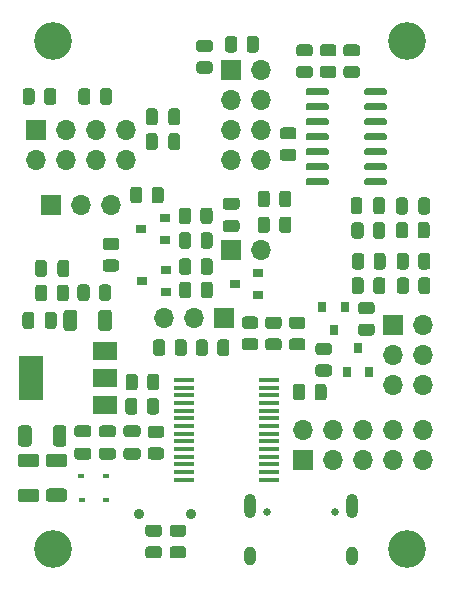
<source format=gbr>
G04 #@! TF.GenerationSoftware,KiCad,Pcbnew,(5.1.7)-1*
G04 #@! TF.CreationDate,2020-12-20T16:40:33+01:00*
G04 #@! TF.ProjectId,uart_flash_pcb,75617274-5f66-46c6-9173-685f7063622e,rev?*
G04 #@! TF.SameCoordinates,Original*
G04 #@! TF.FileFunction,Soldermask,Bot*
G04 #@! TF.FilePolarity,Negative*
%FSLAX46Y46*%
G04 Gerber Fmt 4.6, Leading zero omitted, Abs format (unit mm)*
G04 Created by KiCad (PCBNEW (5.1.7)-1) date 2020-12-20 16:40:33*
%MOMM*%
%LPD*%
G01*
G04 APERTURE LIST*
%ADD10C,0.650000*%
%ADD11O,1.000000X1.600000*%
%ADD12O,1.000000X2.100000*%
%ADD13C,0.900000*%
%ADD14O,1.700000X1.700000*%
%ADD15R,1.700000X1.700000*%
%ADD16R,1.750000X0.450000*%
%ADD17R,2.000000X1.500000*%
%ADD18R,2.000000X3.800000*%
%ADD19R,0.800000X0.900000*%
%ADD20R,0.900000X0.800000*%
%ADD21C,3.200000*%
%ADD22R,0.600000X0.450000*%
G04 APERTURE END LIST*
G36*
G01*
X119690000Y-71965000D02*
X119690000Y-72915000D01*
G75*
G02*
X119440000Y-73165000I-250000J0D01*
G01*
X118940000Y-73165000D01*
G75*
G02*
X118690000Y-72915000I0J250000D01*
G01*
X118690000Y-71965000D01*
G75*
G02*
X118940000Y-71715000I250000J0D01*
G01*
X119440000Y-71715000D01*
G75*
G02*
X119690000Y-71965000I0J-250000D01*
G01*
G37*
G36*
G01*
X121590000Y-71965000D02*
X121590000Y-72915000D01*
G75*
G02*
X121340000Y-73165000I-250000J0D01*
G01*
X120840000Y-73165000D01*
G75*
G02*
X120590000Y-72915000I0J250000D01*
G01*
X120590000Y-71965000D01*
G75*
G02*
X120840000Y-71715000I250000J0D01*
G01*
X121340000Y-71715000D01*
G75*
G02*
X121590000Y-71965000I0J-250000D01*
G01*
G37*
G36*
G01*
X111699999Y-83660000D02*
X112600001Y-83660000D01*
G75*
G02*
X112850000Y-83909999I0J-249999D01*
G01*
X112850000Y-84435001D01*
G75*
G02*
X112600001Y-84685000I-249999J0D01*
G01*
X111699999Y-84685000D01*
G75*
G02*
X111450000Y-84435001I0J249999D01*
G01*
X111450000Y-83909999D01*
G75*
G02*
X111699999Y-83660000I249999J0D01*
G01*
G37*
G36*
G01*
X111699999Y-81835000D02*
X112600001Y-81835000D01*
G75*
G02*
X112850000Y-82084999I0J-249999D01*
G01*
X112850000Y-82610001D01*
G75*
G02*
X112600001Y-82860000I-249999J0D01*
G01*
X111699999Y-82860000D01*
G75*
G02*
X111450000Y-82610001I0J249999D01*
G01*
X111450000Y-82084999D01*
G75*
G02*
X111699999Y-81835000I249999J0D01*
G01*
G37*
D10*
X111610000Y-98395000D03*
X117390000Y-98395000D03*
D11*
X118820000Y-102075000D03*
X110180000Y-102075000D03*
D12*
X118820000Y-97895000D03*
X110180000Y-97895000D03*
D13*
X105200000Y-98500000D03*
X100800000Y-98500000D03*
D14*
X99695000Y-68580000D03*
X99695000Y-66040000D03*
X97155000Y-68580000D03*
X97155000Y-66040000D03*
X94615000Y-68580000D03*
X94615000Y-66040000D03*
X92075000Y-68580000D03*
D15*
X92075000Y-66040000D03*
D14*
X111125000Y-68580000D03*
X108585000Y-68580000D03*
X111125000Y-66040000D03*
X108585000Y-66040000D03*
X111125000Y-63500000D03*
X108585000Y-63500000D03*
X111125000Y-60960000D03*
D15*
X108585000Y-60960000D03*
G36*
G01*
X119820000Y-70570000D02*
X119820000Y-70270000D01*
G75*
G02*
X119970000Y-70120000I150000J0D01*
G01*
X121620000Y-70120000D01*
G75*
G02*
X121770000Y-70270000I0J-150000D01*
G01*
X121770000Y-70570000D01*
G75*
G02*
X121620000Y-70720000I-150000J0D01*
G01*
X119970000Y-70720000D01*
G75*
G02*
X119820000Y-70570000I0J150000D01*
G01*
G37*
G36*
G01*
X119820000Y-69300000D02*
X119820000Y-69000000D01*
G75*
G02*
X119970000Y-68850000I150000J0D01*
G01*
X121620000Y-68850000D01*
G75*
G02*
X121770000Y-69000000I0J-150000D01*
G01*
X121770000Y-69300000D01*
G75*
G02*
X121620000Y-69450000I-150000J0D01*
G01*
X119970000Y-69450000D01*
G75*
G02*
X119820000Y-69300000I0J150000D01*
G01*
G37*
G36*
G01*
X119820000Y-68030000D02*
X119820000Y-67730000D01*
G75*
G02*
X119970000Y-67580000I150000J0D01*
G01*
X121620000Y-67580000D01*
G75*
G02*
X121770000Y-67730000I0J-150000D01*
G01*
X121770000Y-68030000D01*
G75*
G02*
X121620000Y-68180000I-150000J0D01*
G01*
X119970000Y-68180000D01*
G75*
G02*
X119820000Y-68030000I0J150000D01*
G01*
G37*
G36*
G01*
X119820000Y-66760000D02*
X119820000Y-66460000D01*
G75*
G02*
X119970000Y-66310000I150000J0D01*
G01*
X121620000Y-66310000D01*
G75*
G02*
X121770000Y-66460000I0J-150000D01*
G01*
X121770000Y-66760000D01*
G75*
G02*
X121620000Y-66910000I-150000J0D01*
G01*
X119970000Y-66910000D01*
G75*
G02*
X119820000Y-66760000I0J150000D01*
G01*
G37*
G36*
G01*
X119820000Y-65490000D02*
X119820000Y-65190000D01*
G75*
G02*
X119970000Y-65040000I150000J0D01*
G01*
X121620000Y-65040000D01*
G75*
G02*
X121770000Y-65190000I0J-150000D01*
G01*
X121770000Y-65490000D01*
G75*
G02*
X121620000Y-65640000I-150000J0D01*
G01*
X119970000Y-65640000D01*
G75*
G02*
X119820000Y-65490000I0J150000D01*
G01*
G37*
G36*
G01*
X119820000Y-64220000D02*
X119820000Y-63920000D01*
G75*
G02*
X119970000Y-63770000I150000J0D01*
G01*
X121620000Y-63770000D01*
G75*
G02*
X121770000Y-63920000I0J-150000D01*
G01*
X121770000Y-64220000D01*
G75*
G02*
X121620000Y-64370000I-150000J0D01*
G01*
X119970000Y-64370000D01*
G75*
G02*
X119820000Y-64220000I0J150000D01*
G01*
G37*
G36*
G01*
X119820000Y-62950000D02*
X119820000Y-62650000D01*
G75*
G02*
X119970000Y-62500000I150000J0D01*
G01*
X121620000Y-62500000D01*
G75*
G02*
X121770000Y-62650000I0J-150000D01*
G01*
X121770000Y-62950000D01*
G75*
G02*
X121620000Y-63100000I-150000J0D01*
G01*
X119970000Y-63100000D01*
G75*
G02*
X119820000Y-62950000I0J150000D01*
G01*
G37*
G36*
G01*
X114870000Y-62950000D02*
X114870000Y-62650000D01*
G75*
G02*
X115020000Y-62500000I150000J0D01*
G01*
X116670000Y-62500000D01*
G75*
G02*
X116820000Y-62650000I0J-150000D01*
G01*
X116820000Y-62950000D01*
G75*
G02*
X116670000Y-63100000I-150000J0D01*
G01*
X115020000Y-63100000D01*
G75*
G02*
X114870000Y-62950000I0J150000D01*
G01*
G37*
G36*
G01*
X114870000Y-64220000D02*
X114870000Y-63920000D01*
G75*
G02*
X115020000Y-63770000I150000J0D01*
G01*
X116670000Y-63770000D01*
G75*
G02*
X116820000Y-63920000I0J-150000D01*
G01*
X116820000Y-64220000D01*
G75*
G02*
X116670000Y-64370000I-150000J0D01*
G01*
X115020000Y-64370000D01*
G75*
G02*
X114870000Y-64220000I0J150000D01*
G01*
G37*
G36*
G01*
X114870000Y-65490000D02*
X114870000Y-65190000D01*
G75*
G02*
X115020000Y-65040000I150000J0D01*
G01*
X116670000Y-65040000D01*
G75*
G02*
X116820000Y-65190000I0J-150000D01*
G01*
X116820000Y-65490000D01*
G75*
G02*
X116670000Y-65640000I-150000J0D01*
G01*
X115020000Y-65640000D01*
G75*
G02*
X114870000Y-65490000I0J150000D01*
G01*
G37*
G36*
G01*
X114870000Y-66760000D02*
X114870000Y-66460000D01*
G75*
G02*
X115020000Y-66310000I150000J0D01*
G01*
X116670000Y-66310000D01*
G75*
G02*
X116820000Y-66460000I0J-150000D01*
G01*
X116820000Y-66760000D01*
G75*
G02*
X116670000Y-66910000I-150000J0D01*
G01*
X115020000Y-66910000D01*
G75*
G02*
X114870000Y-66760000I0J150000D01*
G01*
G37*
G36*
G01*
X114870000Y-68030000D02*
X114870000Y-67730000D01*
G75*
G02*
X115020000Y-67580000I150000J0D01*
G01*
X116670000Y-67580000D01*
G75*
G02*
X116820000Y-67730000I0J-150000D01*
G01*
X116820000Y-68030000D01*
G75*
G02*
X116670000Y-68180000I-150000J0D01*
G01*
X115020000Y-68180000D01*
G75*
G02*
X114870000Y-68030000I0J150000D01*
G01*
G37*
G36*
G01*
X114870000Y-69300000D02*
X114870000Y-69000000D01*
G75*
G02*
X115020000Y-68850000I150000J0D01*
G01*
X116670000Y-68850000D01*
G75*
G02*
X116820000Y-69000000I0J-150000D01*
G01*
X116820000Y-69300000D01*
G75*
G02*
X116670000Y-69450000I-150000J0D01*
G01*
X115020000Y-69450000D01*
G75*
G02*
X114870000Y-69300000I0J150000D01*
G01*
G37*
G36*
G01*
X114870000Y-70570000D02*
X114870000Y-70270000D01*
G75*
G02*
X115020000Y-70120000I150000J0D01*
G01*
X116670000Y-70120000D01*
G75*
G02*
X116820000Y-70270000I0J-150000D01*
G01*
X116820000Y-70570000D01*
G75*
G02*
X116670000Y-70720000I-150000J0D01*
G01*
X115020000Y-70720000D01*
G75*
G02*
X114870000Y-70570000I0J150000D01*
G01*
G37*
D16*
X104560000Y-87185000D03*
X104560000Y-87835000D03*
X104560000Y-88485000D03*
X104560000Y-89135000D03*
X104560000Y-89785000D03*
X104560000Y-90435000D03*
X104560000Y-91085000D03*
X104560000Y-91735000D03*
X104560000Y-92385000D03*
X104560000Y-93035000D03*
X104560000Y-93685000D03*
X104560000Y-94335000D03*
X104560000Y-94985000D03*
X104560000Y-95635000D03*
X111760000Y-95635000D03*
X111760000Y-94985000D03*
X111760000Y-94335000D03*
X111760000Y-93685000D03*
X111760000Y-93035000D03*
X111760000Y-92385000D03*
X111760000Y-91735000D03*
X111760000Y-91085000D03*
X111760000Y-90435000D03*
X111760000Y-89785000D03*
X111760000Y-89135000D03*
X111760000Y-88485000D03*
X111760000Y-87835000D03*
X111760000Y-87185000D03*
D17*
X97900000Y-84750000D03*
X97900000Y-89350000D03*
X97900000Y-87050000D03*
D18*
X91600000Y-87050000D03*
G36*
G01*
X116860001Y-85080000D02*
X115959999Y-85080000D01*
G75*
G02*
X115710000Y-84830001I0J249999D01*
G01*
X115710000Y-84304999D01*
G75*
G02*
X115959999Y-84055000I249999J0D01*
G01*
X116860001Y-84055000D01*
G75*
G02*
X117110000Y-84304999I0J-249999D01*
G01*
X117110000Y-84830001D01*
G75*
G02*
X116860001Y-85080000I-249999J0D01*
G01*
G37*
G36*
G01*
X116860001Y-86905000D02*
X115959999Y-86905000D01*
G75*
G02*
X115710000Y-86655001I0J249999D01*
G01*
X115710000Y-86129999D01*
G75*
G02*
X115959999Y-85880000I249999J0D01*
G01*
X116860001Y-85880000D01*
G75*
G02*
X117110000Y-86129999I0J-249999D01*
G01*
X117110000Y-86655001D01*
G75*
G02*
X116860001Y-86905000I-249999J0D01*
G01*
G37*
G36*
G01*
X119569999Y-82420000D02*
X120470001Y-82420000D01*
G75*
G02*
X120720000Y-82669999I0J-249999D01*
G01*
X120720000Y-83195001D01*
G75*
G02*
X120470001Y-83445000I-249999J0D01*
G01*
X119569999Y-83445000D01*
G75*
G02*
X119320000Y-83195001I0J249999D01*
G01*
X119320000Y-82669999D01*
G75*
G02*
X119569999Y-82420000I249999J0D01*
G01*
G37*
G36*
G01*
X119569999Y-80595000D02*
X120470001Y-80595000D01*
G75*
G02*
X120720000Y-80844999I0J-249999D01*
G01*
X120720000Y-81370001D01*
G75*
G02*
X120470001Y-81620000I-249999J0D01*
G01*
X119569999Y-81620000D01*
G75*
G02*
X119320000Y-81370001I0J249999D01*
G01*
X119320000Y-80844999D01*
G75*
G02*
X119569999Y-80595000I249999J0D01*
G01*
G37*
G36*
G01*
X123550000Y-74059999D02*
X123550000Y-74960001D01*
G75*
G02*
X123300001Y-75210000I-249999J0D01*
G01*
X122774999Y-75210000D01*
G75*
G02*
X122525000Y-74960001I0J249999D01*
G01*
X122525000Y-74059999D01*
G75*
G02*
X122774999Y-73810000I249999J0D01*
G01*
X123300001Y-73810000D01*
G75*
G02*
X123550000Y-74059999I0J-249999D01*
G01*
G37*
G36*
G01*
X125375000Y-74059999D02*
X125375000Y-74960001D01*
G75*
G02*
X125125001Y-75210000I-249999J0D01*
G01*
X124599999Y-75210000D01*
G75*
G02*
X124350000Y-74960001I0J249999D01*
G01*
X124350000Y-74059999D01*
G75*
G02*
X124599999Y-73810000I249999J0D01*
G01*
X125125001Y-73810000D01*
G75*
G02*
X125375000Y-74059999I0J-249999D01*
G01*
G37*
G36*
G01*
X120580000Y-74990001D02*
X120580000Y-74089999D01*
G75*
G02*
X120829999Y-73840000I249999J0D01*
G01*
X121355001Y-73840000D01*
G75*
G02*
X121605000Y-74089999I0J-249999D01*
G01*
X121605000Y-74990001D01*
G75*
G02*
X121355001Y-75240000I-249999J0D01*
G01*
X120829999Y-75240000D01*
G75*
G02*
X120580000Y-74990001I0J249999D01*
G01*
G37*
G36*
G01*
X118755000Y-74990001D02*
X118755000Y-74089999D01*
G75*
G02*
X119004999Y-73840000I249999J0D01*
G01*
X119530001Y-73840000D01*
G75*
G02*
X119780000Y-74089999I0J-249999D01*
G01*
X119780000Y-74990001D01*
G75*
G02*
X119530001Y-75240000I-249999J0D01*
G01*
X119004999Y-75240000D01*
G75*
G02*
X118755000Y-74990001I0J249999D01*
G01*
G37*
G36*
G01*
X124420000Y-79660001D02*
X124420000Y-78759999D01*
G75*
G02*
X124669999Y-78510000I249999J0D01*
G01*
X125195001Y-78510000D01*
G75*
G02*
X125445000Y-78759999I0J-249999D01*
G01*
X125445000Y-79660001D01*
G75*
G02*
X125195001Y-79910000I-249999J0D01*
G01*
X124669999Y-79910000D01*
G75*
G02*
X124420000Y-79660001I0J249999D01*
G01*
G37*
G36*
G01*
X122595000Y-79660001D02*
X122595000Y-78759999D01*
G75*
G02*
X122844999Y-78510000I249999J0D01*
G01*
X123370001Y-78510000D01*
G75*
G02*
X123620000Y-78759999I0J-249999D01*
G01*
X123620000Y-79660001D01*
G75*
G02*
X123370001Y-79910000I-249999J0D01*
G01*
X122844999Y-79910000D01*
G75*
G02*
X122595000Y-79660001I0J249999D01*
G01*
G37*
G36*
G01*
X124410000Y-77590001D02*
X124410000Y-76689999D01*
G75*
G02*
X124659999Y-76440000I249999J0D01*
G01*
X125185001Y-76440000D01*
G75*
G02*
X125435000Y-76689999I0J-249999D01*
G01*
X125435000Y-77590001D01*
G75*
G02*
X125185001Y-77840000I-249999J0D01*
G01*
X124659999Y-77840000D01*
G75*
G02*
X124410000Y-77590001I0J249999D01*
G01*
G37*
G36*
G01*
X122585000Y-77590001D02*
X122585000Y-76689999D01*
G75*
G02*
X122834999Y-76440000I249999J0D01*
G01*
X123360001Y-76440000D01*
G75*
G02*
X123610000Y-76689999I0J-249999D01*
G01*
X123610000Y-77590001D01*
G75*
G02*
X123360001Y-77840000I-249999J0D01*
G01*
X122834999Y-77840000D01*
G75*
G02*
X122585000Y-77590001I0J249999D01*
G01*
G37*
G36*
G01*
X119800000Y-78759999D02*
X119800000Y-79660001D01*
G75*
G02*
X119550001Y-79910000I-249999J0D01*
G01*
X119024999Y-79910000D01*
G75*
G02*
X118775000Y-79660001I0J249999D01*
G01*
X118775000Y-78759999D01*
G75*
G02*
X119024999Y-78510000I249999J0D01*
G01*
X119550001Y-78510000D01*
G75*
G02*
X119800000Y-78759999I0J-249999D01*
G01*
G37*
G36*
G01*
X121625000Y-78759999D02*
X121625000Y-79660001D01*
G75*
G02*
X121375001Y-79910000I-249999J0D01*
G01*
X120849999Y-79910000D01*
G75*
G02*
X120600000Y-79660001I0J249999D01*
G01*
X120600000Y-78759999D01*
G75*
G02*
X120849999Y-78510000I249999J0D01*
G01*
X121375001Y-78510000D01*
G75*
G02*
X121625000Y-78759999I0J-249999D01*
G01*
G37*
G36*
G01*
X119830000Y-76689999D02*
X119830000Y-77590001D01*
G75*
G02*
X119580001Y-77840000I-249999J0D01*
G01*
X119054999Y-77840000D01*
G75*
G02*
X118805000Y-77590001I0J249999D01*
G01*
X118805000Y-76689999D01*
G75*
G02*
X119054999Y-76440000I249999J0D01*
G01*
X119580001Y-76440000D01*
G75*
G02*
X119830000Y-76689999I0J-249999D01*
G01*
G37*
G36*
G01*
X121655000Y-76689999D02*
X121655000Y-77590001D01*
G75*
G02*
X121405001Y-77840000I-249999J0D01*
G01*
X120879999Y-77840000D01*
G75*
G02*
X120630000Y-77590001I0J249999D01*
G01*
X120630000Y-76689999D01*
G75*
G02*
X120879999Y-76440000I249999J0D01*
G01*
X121405001Y-76440000D01*
G75*
G02*
X121655000Y-76689999I0J-249999D01*
G01*
G37*
G36*
G01*
X112650000Y-74500001D02*
X112650000Y-73599999D01*
G75*
G02*
X112899999Y-73350000I249999J0D01*
G01*
X113425001Y-73350000D01*
G75*
G02*
X113675000Y-73599999I0J-249999D01*
G01*
X113675000Y-74500001D01*
G75*
G02*
X113425001Y-74750000I-249999J0D01*
G01*
X112899999Y-74750000D01*
G75*
G02*
X112650000Y-74500001I0J249999D01*
G01*
G37*
G36*
G01*
X110825000Y-74500001D02*
X110825000Y-73599999D01*
G75*
G02*
X111074999Y-73350000I249999J0D01*
G01*
X111600001Y-73350000D01*
G75*
G02*
X111850000Y-73599999I0J-249999D01*
G01*
X111850000Y-74500001D01*
G75*
G02*
X111600001Y-74750000I-249999J0D01*
G01*
X111074999Y-74750000D01*
G75*
G02*
X110825000Y-74500001I0J249999D01*
G01*
G37*
G36*
G01*
X112640000Y-72320001D02*
X112640000Y-71419999D01*
G75*
G02*
X112889999Y-71170000I249999J0D01*
G01*
X113415001Y-71170000D01*
G75*
G02*
X113665000Y-71419999I0J-249999D01*
G01*
X113665000Y-72320001D01*
G75*
G02*
X113415001Y-72570000I-249999J0D01*
G01*
X112889999Y-72570000D01*
G75*
G02*
X112640000Y-72320001I0J249999D01*
G01*
G37*
G36*
G01*
X110815000Y-72320001D02*
X110815000Y-71419999D01*
G75*
G02*
X111064999Y-71170000I249999J0D01*
G01*
X111590001Y-71170000D01*
G75*
G02*
X111840000Y-71419999I0J-249999D01*
G01*
X111840000Y-72320001D01*
G75*
G02*
X111590001Y-72570000I-249999J0D01*
G01*
X111064999Y-72570000D01*
G75*
G02*
X110815000Y-72320001I0J249999D01*
G01*
G37*
G36*
G01*
X109880000Y-59220001D02*
X109880000Y-58319999D01*
G75*
G02*
X110129999Y-58070000I249999J0D01*
G01*
X110655001Y-58070000D01*
G75*
G02*
X110905000Y-58319999I0J-249999D01*
G01*
X110905000Y-59220001D01*
G75*
G02*
X110655001Y-59470000I-249999J0D01*
G01*
X110129999Y-59470000D01*
G75*
G02*
X109880000Y-59220001I0J249999D01*
G01*
G37*
G36*
G01*
X108055000Y-59220001D02*
X108055000Y-58319999D01*
G75*
G02*
X108304999Y-58070000I249999J0D01*
G01*
X108830001Y-58070000D01*
G75*
G02*
X109080000Y-58319999I0J-249999D01*
G01*
X109080000Y-59220001D01*
G75*
G02*
X108830001Y-59470000I-249999J0D01*
G01*
X108304999Y-59470000D01*
G75*
G02*
X108055000Y-59220001I0J249999D01*
G01*
G37*
G36*
G01*
X106770001Y-59420000D02*
X105869999Y-59420000D01*
G75*
G02*
X105620000Y-59170001I0J249999D01*
G01*
X105620000Y-58644999D01*
G75*
G02*
X105869999Y-58395000I249999J0D01*
G01*
X106770001Y-58395000D01*
G75*
G02*
X107020000Y-58644999I0J-249999D01*
G01*
X107020000Y-59170001D01*
G75*
G02*
X106770001Y-59420000I-249999J0D01*
G01*
G37*
G36*
G01*
X106770001Y-61245000D02*
X105869999Y-61245000D01*
G75*
G02*
X105620000Y-60995001I0J249999D01*
G01*
X105620000Y-60469999D01*
G75*
G02*
X105869999Y-60220000I249999J0D01*
G01*
X106770001Y-60220000D01*
G75*
G02*
X107020000Y-60469999I0J-249999D01*
G01*
X107020000Y-60995001D01*
G75*
G02*
X106770001Y-61245000I-249999J0D01*
G01*
G37*
G36*
G01*
X106600000Y-84009999D02*
X106600000Y-84910001D01*
G75*
G02*
X106350001Y-85160000I-249999J0D01*
G01*
X105824999Y-85160000D01*
G75*
G02*
X105575000Y-84910001I0J249999D01*
G01*
X105575000Y-84009999D01*
G75*
G02*
X105824999Y-83760000I249999J0D01*
G01*
X106350001Y-83760000D01*
G75*
G02*
X106600000Y-84009999I0J-249999D01*
G01*
G37*
G36*
G01*
X108425000Y-84009999D02*
X108425000Y-84910001D01*
G75*
G02*
X108175001Y-85160000I-249999J0D01*
G01*
X107649999Y-85160000D01*
G75*
G02*
X107400000Y-84910001I0J249999D01*
G01*
X107400000Y-84009999D01*
G75*
G02*
X107649999Y-83760000I249999J0D01*
G01*
X108175001Y-83760000D01*
G75*
G02*
X108425000Y-84009999I0J-249999D01*
G01*
G37*
G36*
G01*
X115230001Y-59800000D02*
X114329999Y-59800000D01*
G75*
G02*
X114080000Y-59550001I0J249999D01*
G01*
X114080000Y-59024999D01*
G75*
G02*
X114329999Y-58775000I249999J0D01*
G01*
X115230001Y-58775000D01*
G75*
G02*
X115480000Y-59024999I0J-249999D01*
G01*
X115480000Y-59550001D01*
G75*
G02*
X115230001Y-59800000I-249999J0D01*
G01*
G37*
G36*
G01*
X115230001Y-61625000D02*
X114329999Y-61625000D01*
G75*
G02*
X114080000Y-61375001I0J249999D01*
G01*
X114080000Y-60849999D01*
G75*
G02*
X114329999Y-60600000I249999J0D01*
G01*
X115230001Y-60600000D01*
G75*
G02*
X115480000Y-60849999I0J-249999D01*
G01*
X115480000Y-61375001D01*
G75*
G02*
X115230001Y-61625000I-249999J0D01*
G01*
G37*
G36*
G01*
X105990000Y-80020001D02*
X105990000Y-79119999D01*
G75*
G02*
X106239999Y-78870000I249999J0D01*
G01*
X106765001Y-78870000D01*
G75*
G02*
X107015000Y-79119999I0J-249999D01*
G01*
X107015000Y-80020001D01*
G75*
G02*
X106765001Y-80270000I-249999J0D01*
G01*
X106239999Y-80270000D01*
G75*
G02*
X105990000Y-80020001I0J249999D01*
G01*
G37*
G36*
G01*
X104165000Y-80020001D02*
X104165000Y-79119999D01*
G75*
G02*
X104414999Y-78870000I249999J0D01*
G01*
X104940001Y-78870000D01*
G75*
G02*
X105190000Y-79119999I0J-249999D01*
G01*
X105190000Y-80020001D01*
G75*
G02*
X104940001Y-80270000I-249999J0D01*
G01*
X104414999Y-80270000D01*
G75*
G02*
X104165000Y-80020001I0J249999D01*
G01*
G37*
G36*
G01*
X101430000Y-89870001D02*
X101430000Y-88969999D01*
G75*
G02*
X101679999Y-88720000I249999J0D01*
G01*
X102205001Y-88720000D01*
G75*
G02*
X102455000Y-88969999I0J-249999D01*
G01*
X102455000Y-89870001D01*
G75*
G02*
X102205001Y-90120000I-249999J0D01*
G01*
X101679999Y-90120000D01*
G75*
G02*
X101430000Y-89870001I0J249999D01*
G01*
G37*
G36*
G01*
X99605000Y-89870001D02*
X99605000Y-88969999D01*
G75*
G02*
X99854999Y-88720000I249999J0D01*
G01*
X100380001Y-88720000D01*
G75*
G02*
X100630000Y-88969999I0J-249999D01*
G01*
X100630000Y-89870001D01*
G75*
G02*
X100380001Y-90120000I-249999J0D01*
G01*
X99854999Y-90120000D01*
G75*
G02*
X99605000Y-89870001I0J249999D01*
G01*
G37*
G36*
G01*
X105990000Y-78040001D02*
X105990000Y-77139999D01*
G75*
G02*
X106239999Y-76890000I249999J0D01*
G01*
X106765001Y-76890000D01*
G75*
G02*
X107015000Y-77139999I0J-249999D01*
G01*
X107015000Y-78040001D01*
G75*
G02*
X106765001Y-78290000I-249999J0D01*
G01*
X106239999Y-78290000D01*
G75*
G02*
X105990000Y-78040001I0J249999D01*
G01*
G37*
G36*
G01*
X104165000Y-78040001D02*
X104165000Y-77139999D01*
G75*
G02*
X104414999Y-76890000I249999J0D01*
G01*
X104940001Y-76890000D01*
G75*
G02*
X105190000Y-77139999I0J-249999D01*
G01*
X105190000Y-78040001D01*
G75*
G02*
X104940001Y-78290000I-249999J0D01*
G01*
X104414999Y-78290000D01*
G75*
G02*
X104165000Y-78040001I0J249999D01*
G01*
G37*
G36*
G01*
X97380000Y-80250001D02*
X97380000Y-79349999D01*
G75*
G02*
X97629999Y-79100000I249999J0D01*
G01*
X98155001Y-79100000D01*
G75*
G02*
X98405000Y-79349999I0J-249999D01*
G01*
X98405000Y-80250001D01*
G75*
G02*
X98155001Y-80500000I-249999J0D01*
G01*
X97629999Y-80500000D01*
G75*
G02*
X97380000Y-80250001I0J249999D01*
G01*
G37*
G36*
G01*
X95555000Y-80250001D02*
X95555000Y-79349999D01*
G75*
G02*
X95804999Y-79100000I249999J0D01*
G01*
X96330001Y-79100000D01*
G75*
G02*
X96580000Y-79349999I0J-249999D01*
G01*
X96580000Y-80250001D01*
G75*
G02*
X96330001Y-80500000I-249999J0D01*
G01*
X95804999Y-80500000D01*
G75*
G02*
X95555000Y-80250001I0J249999D01*
G01*
G37*
G36*
G01*
X101460000Y-87820001D02*
X101460000Y-86919999D01*
G75*
G02*
X101709999Y-86670000I249999J0D01*
G01*
X102235001Y-86670000D01*
G75*
G02*
X102485000Y-86919999I0J-249999D01*
G01*
X102485000Y-87820001D01*
G75*
G02*
X102235001Y-88070000I-249999J0D01*
G01*
X101709999Y-88070000D01*
G75*
G02*
X101460000Y-87820001I0J249999D01*
G01*
G37*
G36*
G01*
X99635000Y-87820001D02*
X99635000Y-86919999D01*
G75*
G02*
X99884999Y-86670000I249999J0D01*
G01*
X100410001Y-86670000D01*
G75*
G02*
X100660000Y-86919999I0J-249999D01*
G01*
X100660000Y-87820001D01*
G75*
G02*
X100410001Y-88070000I-249999J0D01*
G01*
X99884999Y-88070000D01*
G75*
G02*
X99635000Y-87820001I0J249999D01*
G01*
G37*
G36*
G01*
X116329999Y-60600000D02*
X117230001Y-60600000D01*
G75*
G02*
X117480000Y-60849999I0J-249999D01*
G01*
X117480000Y-61375001D01*
G75*
G02*
X117230001Y-61625000I-249999J0D01*
G01*
X116329999Y-61625000D01*
G75*
G02*
X116080000Y-61375001I0J249999D01*
G01*
X116080000Y-60849999D01*
G75*
G02*
X116329999Y-60600000I249999J0D01*
G01*
G37*
G36*
G01*
X116329999Y-58775000D02*
X117230001Y-58775000D01*
G75*
G02*
X117480000Y-59024999I0J-249999D01*
G01*
X117480000Y-59550001D01*
G75*
G02*
X117230001Y-59800000I-249999J0D01*
G01*
X116329999Y-59800000D01*
G75*
G02*
X116080000Y-59550001I0J249999D01*
G01*
X116080000Y-59024999D01*
G75*
G02*
X116329999Y-58775000I249999J0D01*
G01*
G37*
G36*
G01*
X102990000Y-84004999D02*
X102990000Y-84905001D01*
G75*
G02*
X102740001Y-85155000I-249999J0D01*
G01*
X102214999Y-85155000D01*
G75*
G02*
X101965000Y-84905001I0J249999D01*
G01*
X101965000Y-84004999D01*
G75*
G02*
X102214999Y-83755000I249999J0D01*
G01*
X102740001Y-83755000D01*
G75*
G02*
X102990000Y-84004999I0J-249999D01*
G01*
G37*
G36*
G01*
X104815000Y-84004999D02*
X104815000Y-84905001D01*
G75*
G02*
X104565001Y-85155000I-249999J0D01*
G01*
X104039999Y-85155000D01*
G75*
G02*
X103790000Y-84905001I0J249999D01*
G01*
X103790000Y-84004999D01*
G75*
G02*
X104039999Y-83755000I249999J0D01*
G01*
X104565001Y-83755000D01*
G75*
G02*
X104815000Y-84004999I0J-249999D01*
G01*
G37*
G36*
G01*
X119230001Y-59800000D02*
X118329999Y-59800000D01*
G75*
G02*
X118080000Y-59550001I0J249999D01*
G01*
X118080000Y-59024999D01*
G75*
G02*
X118329999Y-58775000I249999J0D01*
G01*
X119230001Y-58775000D01*
G75*
G02*
X119480000Y-59024999I0J-249999D01*
G01*
X119480000Y-59550001D01*
G75*
G02*
X119230001Y-59800000I-249999J0D01*
G01*
G37*
G36*
G01*
X119230001Y-61625000D02*
X118329999Y-61625000D01*
G75*
G02*
X118080000Y-61375001I0J249999D01*
G01*
X118080000Y-60849999D01*
G75*
G02*
X118329999Y-60600000I249999J0D01*
G01*
X119230001Y-60600000D01*
G75*
G02*
X119480000Y-60849999I0J-249999D01*
G01*
X119480000Y-61375001D01*
G75*
G02*
X119230001Y-61625000I-249999J0D01*
G01*
G37*
G36*
G01*
X101559999Y-101270000D02*
X102460001Y-101270000D01*
G75*
G02*
X102710000Y-101519999I0J-249999D01*
G01*
X102710000Y-102045001D01*
G75*
G02*
X102460001Y-102295000I-249999J0D01*
G01*
X101559999Y-102295000D01*
G75*
G02*
X101310000Y-102045001I0J249999D01*
G01*
X101310000Y-101519999D01*
G75*
G02*
X101559999Y-101270000I249999J0D01*
G01*
G37*
G36*
G01*
X101559999Y-99445000D02*
X102460001Y-99445000D01*
G75*
G02*
X102710000Y-99694999I0J-249999D01*
G01*
X102710000Y-100220001D01*
G75*
G02*
X102460001Y-100470000I-249999J0D01*
G01*
X101559999Y-100470000D01*
G75*
G02*
X101310000Y-100220001I0J249999D01*
G01*
X101310000Y-99694999D01*
G75*
G02*
X101559999Y-99445000I249999J0D01*
G01*
G37*
G36*
G01*
X103609999Y-101270000D02*
X104510001Y-101270000D01*
G75*
G02*
X104760000Y-101519999I0J-249999D01*
G01*
X104760000Y-102045001D01*
G75*
G02*
X104510001Y-102295000I-249999J0D01*
G01*
X103609999Y-102295000D01*
G75*
G02*
X103360000Y-102045001I0J249999D01*
G01*
X103360000Y-101519999D01*
G75*
G02*
X103609999Y-101270000I249999J0D01*
G01*
G37*
G36*
G01*
X103609999Y-99445000D02*
X104510001Y-99445000D01*
G75*
G02*
X104760000Y-99694999I0J-249999D01*
G01*
X104760000Y-100220001D01*
G75*
G02*
X104510001Y-100470000I-249999J0D01*
G01*
X103609999Y-100470000D01*
G75*
G02*
X103360000Y-100220001I0J249999D01*
G01*
X103360000Y-99694999D01*
G75*
G02*
X103609999Y-99445000I249999J0D01*
G01*
G37*
G36*
G01*
X114830000Y-87769999D02*
X114830000Y-88670001D01*
G75*
G02*
X114580001Y-88920000I-249999J0D01*
G01*
X114054999Y-88920000D01*
G75*
G02*
X113805000Y-88670001I0J249999D01*
G01*
X113805000Y-87769999D01*
G75*
G02*
X114054999Y-87520000I249999J0D01*
G01*
X114580001Y-87520000D01*
G75*
G02*
X114830000Y-87769999I0J-249999D01*
G01*
G37*
G36*
G01*
X116655000Y-87769999D02*
X116655000Y-88670001D01*
G75*
G02*
X116405001Y-88920000I-249999J0D01*
G01*
X115879999Y-88920000D01*
G75*
G02*
X115630000Y-88670001I0J249999D01*
G01*
X115630000Y-87769999D01*
G75*
G02*
X115879999Y-87520000I249999J0D01*
G01*
X116405001Y-87520000D01*
G75*
G02*
X116655000Y-87769999I0J-249999D01*
G01*
G37*
G36*
G01*
X105970000Y-73750001D02*
X105970000Y-72849999D01*
G75*
G02*
X106219999Y-72600000I249999J0D01*
G01*
X106745001Y-72600000D01*
G75*
G02*
X106995000Y-72849999I0J-249999D01*
G01*
X106995000Y-73750001D01*
G75*
G02*
X106745001Y-74000000I-249999J0D01*
G01*
X106219999Y-74000000D01*
G75*
G02*
X105970000Y-73750001I0J249999D01*
G01*
G37*
G36*
G01*
X104145000Y-73750001D02*
X104145000Y-72849999D01*
G75*
G02*
X104394999Y-72600000I249999J0D01*
G01*
X104920001Y-72600000D01*
G75*
G02*
X105170000Y-72849999I0J-249999D01*
G01*
X105170000Y-73750001D01*
G75*
G02*
X104920001Y-74000000I-249999J0D01*
G01*
X104394999Y-74000000D01*
G75*
G02*
X104145000Y-73750001I0J249999D01*
G01*
G37*
G36*
G01*
X113709999Y-83670000D02*
X114610001Y-83670000D01*
G75*
G02*
X114860000Y-83919999I0J-249999D01*
G01*
X114860000Y-84445001D01*
G75*
G02*
X114610001Y-84695000I-249999J0D01*
G01*
X113709999Y-84695000D01*
G75*
G02*
X113460000Y-84445001I0J249999D01*
G01*
X113460000Y-83919999D01*
G75*
G02*
X113709999Y-83670000I249999J0D01*
G01*
G37*
G36*
G01*
X113709999Y-81845000D02*
X114610001Y-81845000D01*
G75*
G02*
X114860000Y-82094999I0J-249999D01*
G01*
X114860000Y-82620001D01*
G75*
G02*
X114610001Y-82870000I-249999J0D01*
G01*
X113709999Y-82870000D01*
G75*
G02*
X113460000Y-82620001I0J249999D01*
G01*
X113460000Y-82094999D01*
G75*
G02*
X113709999Y-81845000I249999J0D01*
G01*
G37*
G36*
G01*
X109719999Y-83640000D02*
X110620001Y-83640000D01*
G75*
G02*
X110870000Y-83889999I0J-249999D01*
G01*
X110870000Y-84415001D01*
G75*
G02*
X110620001Y-84665000I-249999J0D01*
G01*
X109719999Y-84665000D01*
G75*
G02*
X109470000Y-84415001I0J249999D01*
G01*
X109470000Y-83889999D01*
G75*
G02*
X109719999Y-83640000I249999J0D01*
G01*
G37*
G36*
G01*
X109719999Y-81815000D02*
X110620001Y-81815000D01*
G75*
G02*
X110870000Y-82064999I0J-249999D01*
G01*
X110870000Y-82590001D01*
G75*
G02*
X110620001Y-82840000I-249999J0D01*
G01*
X109719999Y-82840000D01*
G75*
G02*
X109470000Y-82590001I0J249999D01*
G01*
X109470000Y-82064999D01*
G75*
G02*
X109719999Y-81815000I249999J0D01*
G01*
G37*
G36*
G01*
X105980000Y-75830001D02*
X105980000Y-74929999D01*
G75*
G02*
X106229999Y-74680000I249999J0D01*
G01*
X106755001Y-74680000D01*
G75*
G02*
X107005000Y-74929999I0J-249999D01*
G01*
X107005000Y-75830001D01*
G75*
G02*
X106755001Y-76080000I-249999J0D01*
G01*
X106229999Y-76080000D01*
G75*
G02*
X105980000Y-75830001I0J249999D01*
G01*
G37*
G36*
G01*
X104155000Y-75830001D02*
X104155000Y-74929999D01*
G75*
G02*
X104404999Y-74680000I249999J0D01*
G01*
X104930001Y-74680000D01*
G75*
G02*
X105180000Y-74929999I0J-249999D01*
G01*
X105180000Y-75830001D01*
G75*
G02*
X104930001Y-76080000I-249999J0D01*
G01*
X104404999Y-76080000D01*
G75*
G02*
X104155000Y-75830001I0J249999D01*
G01*
G37*
G36*
G01*
X113850001Y-66830000D02*
X112949999Y-66830000D01*
G75*
G02*
X112700000Y-66580001I0J249999D01*
G01*
X112700000Y-66054999D01*
G75*
G02*
X112949999Y-65805000I249999J0D01*
G01*
X113850001Y-65805000D01*
G75*
G02*
X114100000Y-66054999I0J-249999D01*
G01*
X114100000Y-66580001D01*
G75*
G02*
X113850001Y-66830000I-249999J0D01*
G01*
G37*
G36*
G01*
X113850001Y-68655000D02*
X112949999Y-68655000D01*
G75*
G02*
X112700000Y-68405001I0J249999D01*
G01*
X112700000Y-67879999D01*
G75*
G02*
X112949999Y-67630000I249999J0D01*
G01*
X113850001Y-67630000D01*
G75*
G02*
X114100000Y-67879999I0J-249999D01*
G01*
X114100000Y-68405001D01*
G75*
G02*
X113850001Y-68655000I-249999J0D01*
G01*
G37*
G36*
G01*
X101749999Y-92900000D02*
X102650001Y-92900000D01*
G75*
G02*
X102900000Y-93149999I0J-249999D01*
G01*
X102900000Y-93675001D01*
G75*
G02*
X102650001Y-93925000I-249999J0D01*
G01*
X101749999Y-93925000D01*
G75*
G02*
X101500000Y-93675001I0J249999D01*
G01*
X101500000Y-93149999D01*
G75*
G02*
X101749999Y-92900000I249999J0D01*
G01*
G37*
G36*
G01*
X101749999Y-91075000D02*
X102650001Y-91075000D01*
G75*
G02*
X102900000Y-91324999I0J-249999D01*
G01*
X102900000Y-91850001D01*
G75*
G02*
X102650001Y-92100000I-249999J0D01*
G01*
X101749999Y-92100000D01*
G75*
G02*
X101500000Y-91850001I0J249999D01*
G01*
X101500000Y-91324999D01*
G75*
G02*
X101749999Y-91075000I249999J0D01*
G01*
G37*
G36*
G01*
X93800000Y-80280001D02*
X93800000Y-79379999D01*
G75*
G02*
X94049999Y-79130000I249999J0D01*
G01*
X94575001Y-79130000D01*
G75*
G02*
X94825000Y-79379999I0J-249999D01*
G01*
X94825000Y-80280001D01*
G75*
G02*
X94575001Y-80530000I-249999J0D01*
G01*
X94049999Y-80530000D01*
G75*
G02*
X93800000Y-80280001I0J249999D01*
G01*
G37*
G36*
G01*
X91975000Y-80280001D02*
X91975000Y-79379999D01*
G75*
G02*
X92224999Y-79130000I249999J0D01*
G01*
X92750001Y-79130000D01*
G75*
G02*
X93000000Y-79379999I0J-249999D01*
G01*
X93000000Y-80280001D01*
G75*
G02*
X92750001Y-80530000I-249999J0D01*
G01*
X92224999Y-80530000D01*
G75*
G02*
X91975000Y-80280001I0J249999D01*
G01*
G37*
G36*
G01*
X97939999Y-76990000D02*
X98840001Y-76990000D01*
G75*
G02*
X99090000Y-77239999I0J-249999D01*
G01*
X99090000Y-77765001D01*
G75*
G02*
X98840001Y-78015000I-249999J0D01*
G01*
X97939999Y-78015000D01*
G75*
G02*
X97690000Y-77765001I0J249999D01*
G01*
X97690000Y-77239999D01*
G75*
G02*
X97939999Y-76990000I249999J0D01*
G01*
G37*
G36*
G01*
X97939999Y-75165000D02*
X98840001Y-75165000D01*
G75*
G02*
X99090000Y-75414999I0J-249999D01*
G01*
X99090000Y-75940001D01*
G75*
G02*
X98840001Y-76190000I-249999J0D01*
G01*
X97939999Y-76190000D01*
G75*
G02*
X97690000Y-75940001I0J249999D01*
G01*
X97690000Y-75414999D01*
G75*
G02*
X97939999Y-75165000I249999J0D01*
G01*
G37*
G36*
G01*
X101840000Y-71990001D02*
X101840000Y-71089999D01*
G75*
G02*
X102089999Y-70840000I249999J0D01*
G01*
X102615001Y-70840000D01*
G75*
G02*
X102865000Y-71089999I0J-249999D01*
G01*
X102865000Y-71990001D01*
G75*
G02*
X102615001Y-72240000I-249999J0D01*
G01*
X102089999Y-72240000D01*
G75*
G02*
X101840000Y-71990001I0J249999D01*
G01*
G37*
G36*
G01*
X100015000Y-71990001D02*
X100015000Y-71089999D01*
G75*
G02*
X100264999Y-70840000I249999J0D01*
G01*
X100790001Y-70840000D01*
G75*
G02*
X101040000Y-71089999I0J-249999D01*
G01*
X101040000Y-71990001D01*
G75*
G02*
X100790001Y-72240000I-249999J0D01*
G01*
X100264999Y-72240000D01*
G75*
G02*
X100015000Y-71990001I0J249999D01*
G01*
G37*
G36*
G01*
X96660000Y-62739999D02*
X96660000Y-63640001D01*
G75*
G02*
X96410001Y-63890000I-249999J0D01*
G01*
X95884999Y-63890000D01*
G75*
G02*
X95635000Y-63640001I0J249999D01*
G01*
X95635000Y-62739999D01*
G75*
G02*
X95884999Y-62490000I249999J0D01*
G01*
X96410001Y-62490000D01*
G75*
G02*
X96660000Y-62739999I0J-249999D01*
G01*
G37*
G36*
G01*
X98485000Y-62739999D02*
X98485000Y-63640001D01*
G75*
G02*
X98235001Y-63890000I-249999J0D01*
G01*
X97709999Y-63890000D01*
G75*
G02*
X97460000Y-63640001I0J249999D01*
G01*
X97460000Y-62739999D01*
G75*
G02*
X97709999Y-62490000I249999J0D01*
G01*
X98235001Y-62490000D01*
G75*
G02*
X98485000Y-62739999I0J-249999D01*
G01*
G37*
G36*
G01*
X91940000Y-62739999D02*
X91940000Y-63640001D01*
G75*
G02*
X91690001Y-63890000I-249999J0D01*
G01*
X91164999Y-63890000D01*
G75*
G02*
X90915000Y-63640001I0J249999D01*
G01*
X90915000Y-62739999D01*
G75*
G02*
X91164999Y-62490000I249999J0D01*
G01*
X91690001Y-62490000D01*
G75*
G02*
X91940000Y-62739999I0J-249999D01*
G01*
G37*
G36*
G01*
X93765000Y-62739999D02*
X93765000Y-63640001D01*
G75*
G02*
X93515001Y-63890000I-249999J0D01*
G01*
X92989999Y-63890000D01*
G75*
G02*
X92740000Y-63640001I0J249999D01*
G01*
X92740000Y-62739999D01*
G75*
G02*
X92989999Y-62490000I249999J0D01*
G01*
X93515001Y-62490000D01*
G75*
G02*
X93765000Y-62739999I0J-249999D01*
G01*
G37*
D19*
X117250000Y-82970000D03*
X118200000Y-80970000D03*
X116300000Y-80970000D03*
X119300000Y-84490000D03*
X118350000Y-86490000D03*
X120250000Y-86490000D03*
D20*
X108870000Y-79080000D03*
X110870000Y-80030000D03*
X110870000Y-78130000D03*
X101040000Y-78820000D03*
X103040000Y-79770000D03*
X103040000Y-77870000D03*
X100980000Y-74430000D03*
X102980000Y-75380000D03*
X102980000Y-73480000D03*
D14*
X102870000Y-81915000D03*
X105410000Y-81915000D03*
D15*
X107950000Y-81915000D03*
D14*
X98425000Y-72390000D03*
X95885000Y-72390000D03*
D15*
X93345000Y-72390000D03*
D14*
X124825000Y-87630000D03*
X122285000Y-87630000D03*
X124825000Y-85090000D03*
X122285000Y-85090000D03*
X124825000Y-82550000D03*
D15*
X122285000Y-82550000D03*
D14*
X124825000Y-91440000D03*
X124825000Y-93980000D03*
X122285000Y-91440000D03*
X122285000Y-93980000D03*
X119745000Y-91440000D03*
X119745000Y-93980000D03*
X117205000Y-91440000D03*
X117205000Y-93980000D03*
X114665000Y-91440000D03*
D15*
X114665000Y-93980000D03*
D14*
X111125000Y-76200000D03*
D15*
X108585000Y-76200000D03*
D21*
X93500000Y-101500000D03*
X123500000Y-101500000D03*
X123500000Y-58500000D03*
X93500000Y-58500000D03*
D22*
X98010000Y-97350000D03*
X95910000Y-97350000D03*
X97990000Y-95350000D03*
X95890000Y-95350000D03*
G36*
G01*
X124410000Y-72935000D02*
X124410000Y-71985000D01*
G75*
G02*
X124660000Y-71735000I250000J0D01*
G01*
X125160000Y-71735000D01*
G75*
G02*
X125410000Y-71985000I0J-250000D01*
G01*
X125410000Y-72935000D01*
G75*
G02*
X125160000Y-73185000I-250000J0D01*
G01*
X124660000Y-73185000D01*
G75*
G02*
X124410000Y-72935000I0J250000D01*
G01*
G37*
G36*
G01*
X122510000Y-72935000D02*
X122510000Y-71985000D01*
G75*
G02*
X122760000Y-71735000I250000J0D01*
G01*
X123260000Y-71735000D01*
G75*
G02*
X123510000Y-71985000I0J-250000D01*
G01*
X123510000Y-72935000D01*
G75*
G02*
X123260000Y-73185000I-250000J0D01*
G01*
X122760000Y-73185000D01*
G75*
G02*
X122510000Y-72935000I0J250000D01*
G01*
G37*
G36*
G01*
X92960000Y-77275000D02*
X92960000Y-78225000D01*
G75*
G02*
X92710000Y-78475000I-250000J0D01*
G01*
X92210000Y-78475000D01*
G75*
G02*
X91960000Y-78225000I0J250000D01*
G01*
X91960000Y-77275000D01*
G75*
G02*
X92210000Y-77025000I250000J0D01*
G01*
X92710000Y-77025000D01*
G75*
G02*
X92960000Y-77275000I0J-250000D01*
G01*
G37*
G36*
G01*
X94860000Y-77275000D02*
X94860000Y-78225000D01*
G75*
G02*
X94610000Y-78475000I-250000J0D01*
G01*
X94110000Y-78475000D01*
G75*
G02*
X93860000Y-78225000I0J250000D01*
G01*
X93860000Y-77275000D01*
G75*
G02*
X94110000Y-77025000I250000J0D01*
G01*
X94610000Y-77025000D01*
G75*
G02*
X94860000Y-77275000I0J-250000D01*
G01*
G37*
G36*
G01*
X93129999Y-96370000D02*
X94430001Y-96370000D01*
G75*
G02*
X94680000Y-96619999I0J-249999D01*
G01*
X94680000Y-97270001D01*
G75*
G02*
X94430001Y-97520000I-249999J0D01*
G01*
X93129999Y-97520000D01*
G75*
G02*
X92880000Y-97270001I0J249999D01*
G01*
X92880000Y-96619999D01*
G75*
G02*
X93129999Y-96370000I249999J0D01*
G01*
G37*
G36*
G01*
X93129999Y-93420000D02*
X94430001Y-93420000D01*
G75*
G02*
X94680000Y-93669999I0J-249999D01*
G01*
X94680000Y-94320001D01*
G75*
G02*
X94430001Y-94570000I-249999J0D01*
G01*
X93129999Y-94570000D01*
G75*
G02*
X92880000Y-94320001I0J249999D01*
G01*
X92880000Y-93669999D01*
G75*
G02*
X93129999Y-93420000I249999J0D01*
G01*
G37*
G36*
G01*
X90759999Y-96380000D02*
X92060001Y-96380000D01*
G75*
G02*
X92310000Y-96629999I0J-249999D01*
G01*
X92310000Y-97280001D01*
G75*
G02*
X92060001Y-97530000I-249999J0D01*
G01*
X90759999Y-97530000D01*
G75*
G02*
X90510000Y-97280001I0J249999D01*
G01*
X90510000Y-96629999D01*
G75*
G02*
X90759999Y-96380000I249999J0D01*
G01*
G37*
G36*
G01*
X90759999Y-93430000D02*
X92060001Y-93430000D01*
G75*
G02*
X92310000Y-93679999I0J-249999D01*
G01*
X92310000Y-94330001D01*
G75*
G02*
X92060001Y-94580000I-249999J0D01*
G01*
X90759999Y-94580000D01*
G75*
G02*
X90510000Y-94330001I0J249999D01*
G01*
X90510000Y-93679999D01*
G75*
G02*
X90759999Y-93430000I249999J0D01*
G01*
G37*
G36*
G01*
X97615000Y-92940000D02*
X98565000Y-92940000D01*
G75*
G02*
X98815000Y-93190000I0J-250000D01*
G01*
X98815000Y-93690000D01*
G75*
G02*
X98565000Y-93940000I-250000J0D01*
G01*
X97615000Y-93940000D01*
G75*
G02*
X97365000Y-93690000I0J250000D01*
G01*
X97365000Y-93190000D01*
G75*
G02*
X97615000Y-92940000I250000J0D01*
G01*
G37*
G36*
G01*
X97615000Y-91040000D02*
X98565000Y-91040000D01*
G75*
G02*
X98815000Y-91290000I0J-250000D01*
G01*
X98815000Y-91790000D01*
G75*
G02*
X98565000Y-92040000I-250000J0D01*
G01*
X97615000Y-92040000D01*
G75*
G02*
X97365000Y-91790000I0J250000D01*
G01*
X97365000Y-91290000D01*
G75*
G02*
X97615000Y-91040000I250000J0D01*
G01*
G37*
G36*
G01*
X99705000Y-92930000D02*
X100655000Y-92930000D01*
G75*
G02*
X100905000Y-93180000I0J-250000D01*
G01*
X100905000Y-93680000D01*
G75*
G02*
X100655000Y-93930000I-250000J0D01*
G01*
X99705000Y-93930000D01*
G75*
G02*
X99455000Y-93680000I0J250000D01*
G01*
X99455000Y-93180000D01*
G75*
G02*
X99705000Y-92930000I250000J0D01*
G01*
G37*
G36*
G01*
X99705000Y-91030000D02*
X100655000Y-91030000D01*
G75*
G02*
X100905000Y-91280000I0J-250000D01*
G01*
X100905000Y-91780000D01*
G75*
G02*
X100655000Y-92030000I-250000J0D01*
G01*
X99705000Y-92030000D01*
G75*
G02*
X99455000Y-91780000I0J250000D01*
G01*
X99455000Y-91280000D01*
G75*
G02*
X99705000Y-91030000I250000J0D01*
G01*
G37*
G36*
G01*
X103250000Y-67485000D02*
X103250000Y-66535000D01*
G75*
G02*
X103500000Y-66285000I250000J0D01*
G01*
X104000000Y-66285000D01*
G75*
G02*
X104250000Y-66535000I0J-250000D01*
G01*
X104250000Y-67485000D01*
G75*
G02*
X104000000Y-67735000I-250000J0D01*
G01*
X103500000Y-67735000D01*
G75*
G02*
X103250000Y-67485000I0J250000D01*
G01*
G37*
G36*
G01*
X101350000Y-67485000D02*
X101350000Y-66535000D01*
G75*
G02*
X101600000Y-66285000I250000J0D01*
G01*
X102100000Y-66285000D01*
G75*
G02*
X102350000Y-66535000I0J-250000D01*
G01*
X102350000Y-67485000D01*
G75*
G02*
X102100000Y-67735000I-250000J0D01*
G01*
X101600000Y-67735000D01*
G75*
G02*
X101350000Y-67485000I0J250000D01*
G01*
G37*
G36*
G01*
X103250000Y-65385000D02*
X103250000Y-64435000D01*
G75*
G02*
X103500000Y-64185000I250000J0D01*
G01*
X104000000Y-64185000D01*
G75*
G02*
X104250000Y-64435000I0J-250000D01*
G01*
X104250000Y-65385000D01*
G75*
G02*
X104000000Y-65635000I-250000J0D01*
G01*
X103500000Y-65635000D01*
G75*
G02*
X103250000Y-65385000I0J250000D01*
G01*
G37*
G36*
G01*
X101350000Y-65385000D02*
X101350000Y-64435000D01*
G75*
G02*
X101600000Y-64185000I250000J0D01*
G01*
X102100000Y-64185000D01*
G75*
G02*
X102350000Y-64435000I0J-250000D01*
G01*
X102350000Y-65385000D01*
G75*
G02*
X102100000Y-65635000I-250000J0D01*
G01*
X101600000Y-65635000D01*
G75*
G02*
X101350000Y-65385000I0J250000D01*
G01*
G37*
G36*
G01*
X91900000Y-81675000D02*
X91900000Y-82625000D01*
G75*
G02*
X91650000Y-82875000I-250000J0D01*
G01*
X91150000Y-82875000D01*
G75*
G02*
X90900000Y-82625000I0J250000D01*
G01*
X90900000Y-81675000D01*
G75*
G02*
X91150000Y-81425000I250000J0D01*
G01*
X91650000Y-81425000D01*
G75*
G02*
X91900000Y-81675000I0J-250000D01*
G01*
G37*
G36*
G01*
X93800000Y-81675000D02*
X93800000Y-82625000D01*
G75*
G02*
X93550000Y-82875000I-250000J0D01*
G01*
X93050000Y-82875000D01*
G75*
G02*
X92800000Y-82625000I0J250000D01*
G01*
X92800000Y-81675000D01*
G75*
G02*
X93050000Y-81425000I250000J0D01*
G01*
X93550000Y-81425000D01*
G75*
G02*
X93800000Y-81675000I0J-250000D01*
G01*
G37*
G36*
G01*
X97325000Y-82800001D02*
X97325000Y-81499999D01*
G75*
G02*
X97574999Y-81250000I249999J0D01*
G01*
X98225001Y-81250000D01*
G75*
G02*
X98475000Y-81499999I0J-249999D01*
G01*
X98475000Y-82800001D01*
G75*
G02*
X98225001Y-83050000I-249999J0D01*
G01*
X97574999Y-83050000D01*
G75*
G02*
X97325000Y-82800001I0J249999D01*
G01*
G37*
G36*
G01*
X94375000Y-82800001D02*
X94375000Y-81499999D01*
G75*
G02*
X94624999Y-81250000I249999J0D01*
G01*
X95275001Y-81250000D01*
G75*
G02*
X95525000Y-81499999I0J-249999D01*
G01*
X95525000Y-82800001D01*
G75*
G02*
X95275001Y-83050000I-249999J0D01*
G01*
X94624999Y-83050000D01*
G75*
G02*
X94375000Y-82800001I0J249999D01*
G01*
G37*
G36*
G01*
X91680000Y-91279999D02*
X91680000Y-92580001D01*
G75*
G02*
X91430001Y-92830000I-249999J0D01*
G01*
X90779999Y-92830000D01*
G75*
G02*
X90530000Y-92580001I0J249999D01*
G01*
X90530000Y-91279999D01*
G75*
G02*
X90779999Y-91030000I249999J0D01*
G01*
X91430001Y-91030000D01*
G75*
G02*
X91680000Y-91279999I0J-249999D01*
G01*
G37*
G36*
G01*
X94630000Y-91279999D02*
X94630000Y-92580001D01*
G75*
G02*
X94380001Y-92830000I-249999J0D01*
G01*
X93729999Y-92830000D01*
G75*
G02*
X93480000Y-92580001I0J249999D01*
G01*
X93480000Y-91279999D01*
G75*
G02*
X93729999Y-91030000I249999J0D01*
G01*
X94380001Y-91030000D01*
G75*
G02*
X94630000Y-91279999I0J-249999D01*
G01*
G37*
G36*
G01*
X95535000Y-92930000D02*
X96485000Y-92930000D01*
G75*
G02*
X96735000Y-93180000I0J-250000D01*
G01*
X96735000Y-93680000D01*
G75*
G02*
X96485000Y-93930000I-250000J0D01*
G01*
X95535000Y-93930000D01*
G75*
G02*
X95285000Y-93680000I0J250000D01*
G01*
X95285000Y-93180000D01*
G75*
G02*
X95535000Y-92930000I250000J0D01*
G01*
G37*
G36*
G01*
X95535000Y-91030000D02*
X96485000Y-91030000D01*
G75*
G02*
X96735000Y-91280000I0J-250000D01*
G01*
X96735000Y-91780000D01*
G75*
G02*
X96485000Y-92030000I-250000J0D01*
G01*
X95535000Y-92030000D01*
G75*
G02*
X95285000Y-91780000I0J250000D01*
G01*
X95285000Y-91280000D01*
G75*
G02*
X95535000Y-91030000I250000J0D01*
G01*
G37*
G36*
G01*
X108095000Y-73660000D02*
X109045000Y-73660000D01*
G75*
G02*
X109295000Y-73910000I0J-250000D01*
G01*
X109295000Y-74410000D01*
G75*
G02*
X109045000Y-74660000I-250000J0D01*
G01*
X108095000Y-74660000D01*
G75*
G02*
X107845000Y-74410000I0J250000D01*
G01*
X107845000Y-73910000D01*
G75*
G02*
X108095000Y-73660000I250000J0D01*
G01*
G37*
G36*
G01*
X108095000Y-71760000D02*
X109045000Y-71760000D01*
G75*
G02*
X109295000Y-72010000I0J-250000D01*
G01*
X109295000Y-72510000D01*
G75*
G02*
X109045000Y-72760000I-250000J0D01*
G01*
X108095000Y-72760000D01*
G75*
G02*
X107845000Y-72510000I0J250000D01*
G01*
X107845000Y-72010000D01*
G75*
G02*
X108095000Y-71760000I250000J0D01*
G01*
G37*
M02*

</source>
